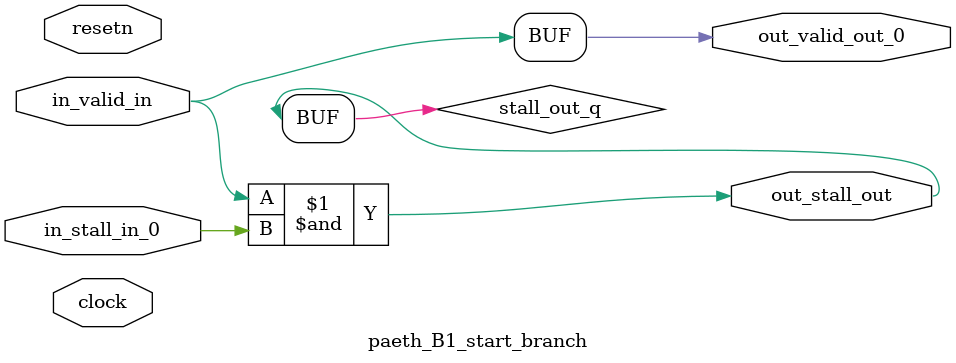
<source format=sv>



(* altera_attribute = "-name AUTO_SHIFT_REGISTER_RECOGNITION OFF; -name MESSAGE_DISABLE 10036; -name MESSAGE_DISABLE 10037; -name MESSAGE_DISABLE 14130; -name MESSAGE_DISABLE 14320; -name MESSAGE_DISABLE 15400; -name MESSAGE_DISABLE 14130; -name MESSAGE_DISABLE 10036; -name MESSAGE_DISABLE 12020; -name MESSAGE_DISABLE 12030; -name MESSAGE_DISABLE 12010; -name MESSAGE_DISABLE 12110; -name MESSAGE_DISABLE 14320; -name MESSAGE_DISABLE 13410; -name MESSAGE_DISABLE 113007; -name MESSAGE_DISABLE 10958" *)
module paeth_B1_start_branch (
    input wire [0:0] in_stall_in_0,
    input wire [0:0] in_valid_in,
    output wire [0:0] out_stall_out,
    output wire [0:0] out_valid_out_0,
    input wire clock,
    input wire resetn
    );

    wire [0:0] stall_out_q;


    // stall_out(LOGICAL,6)
    assign stall_out_q = in_valid_in & in_stall_in_0;

    // out_stall_out(GPOUT,4)
    assign out_stall_out = stall_out_q;

    // out_valid_out_0(GPOUT,5)
    assign out_valid_out_0 = in_valid_in;

endmodule

</source>
